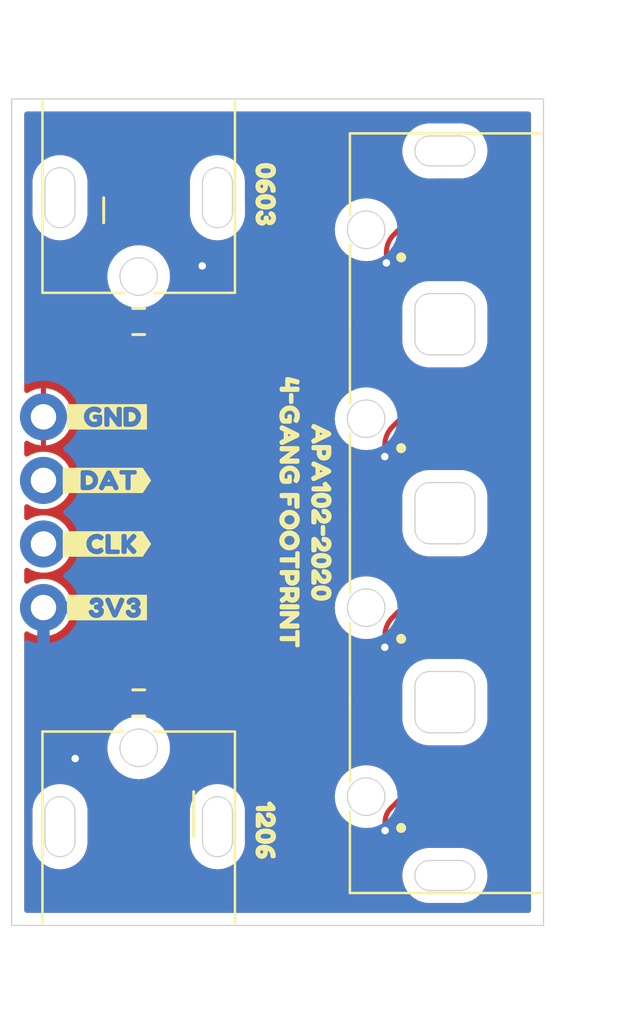
<source format=kicad_pcb>
(kicad_pcb (version 20240108) (generator "pcbnew") (generator_version "8.0")
  (layers (0 "F.Cu" signal) (31 "B.Cu" signal) (34 "B.Paste" user) (35 "F.Paste" user) (36 "B.SilkS" user "B.Silkscreen") (37 "F.SilkS" user "F.Silkscreen") (38 "B.Mask" user) (39 "F.Mask" user) (44 "Edge.Cuts" user))
  (net 0 "")
  (net 3 "Net-(D5-DI)")
  (net 4 "Net-(D5-CI)")
  (net 5 "GND")
  (net 6 "Net-(D6-DI)")
  (net 7 "Net-(D6-CI)")
  (net 8 "Net-(D7-CI)")
  (net 9 "Net-(D7-DI)")
  (net 10 "3.3V")
  (net 11 "Net-(D2-K)")
  (net 12 "Net-(D4-K)")
  (net 13 "APA102 DAT")
  (net 14 "APA102 CLK")
  (footprint "kibuzzard-668F3D18" (layer "F.Cu") (at 95.885 71.12)
    (property "Reference" "kibuzzard-668F3D18" (hide yes))
    (property "Value" "G***" (hide yes))
  )
  (footprint "SparkFun-LED:SMD-CBI" (layer "F.Cu") (at 97.155 79.375 -90)
    (property "Reference" "REF**" (hide yes))
    (property "Value" "SMD-CBI" (hide yes))
    (fp_line (start 1.1 3.75) (end -0.1 3.75) (stroke (width 0.05)) (layer "Edge.Cuts"))
    (fp_line (start -0.1 2.55) (end 1.1 2.55) (stroke (width 0.05)) (layer "Edge.Cuts"))
    (fp_line (start 1.1 -2.55) (end -0.1 -2.55) (stroke (width 0.05)) (layer "Edge.Cuts"))
    (fp_line (start -0.1 -3.75) (end 1.1 -3.75) (stroke (width 0.05)) (layer "Edge.Cuts"))
    (fp_arc (start -0.1 3.75) (mid -0.7 3.15) (end -0.1 2.55) (stroke (width 0.05)) (layer "Edge.Cuts"))
    (fp_arc (start 1.1 2.55) (mid 1.7 3.15) (end 1.1 3.75) (stroke (width 0.05)) (layer "Edge.Cuts"))
    (fp_arc (start -0.1 -2.55) (mid -0.7 -3.15) (end -0.1 -3.75) (stroke (width 0.05)) (layer "Edge.Cuts"))
    (fp_arc (start 1.1 -3.75) (mid 1.7 -3.15) (end 1.1 -2.55) (stroke (width 0.05)) (layer "Edge.Cuts"))
    (fp_circle (center -2.65 0) (end -1.9 0) (stroke (width 0.05)) (fill none) (layer "Edge.Cuts"))
  )
  (footprint "kibuzzard-668F3D84" (layer "F.Cu") (at 103.1875 67.31 -90)
    (property "Reference" "kibuzzard-668F3D84" (hide yes))
    (property "Value" "G***" (hide yes))
  )
  (footprint "SparkFun-Resistor:R_0603_1608Metric" (layer "F.Cu") (at 97.155 59.69 180)
    (property "Reference" "R2")
    (property "Value" "330")
    (pad "1" smd roundrect (at -0.825 0 180) (size 0.8 0.95) (layers "F.Cu" "F.Paste" "F.Mask") (net 5 "GND"))
    (pad "2" smd roundrect (at 0.825 0 180) (size 0.8 0.95) (layers "F.Cu" "F.Paste" "F.Mask") (net 11 "Net-(D2-K)"))
  )
  (footprint "SparkFun-LED:SMD-CBI" (layer "F.Cu") (at 97.155 55.245 90)
    (property "Reference" "REF**" (hide yes))
    (property "Value" "SMD-CBI" (hide yes))
    (fp_line (start -0.1 -3.75) (end 1.1 -3.75) (stroke (width 0.05)) (layer "Edge.Cuts"))
    (fp_line (start 1.1 -2.55) (end -0.1 -2.55) (stroke (width 0.05)) (layer "Edge.Cuts"))
    (fp_line (start -0.1 2.55) (end 1.1 2.55) (stroke (width 0.05)) (layer "Edge.Cuts"))
    (fp_line (start 1.1 3.75) (end -0.1 3.75) (stroke (width 0.05)) (layer "Edge.Cuts"))
    (fp_arc (start 1.1 -3.75) (mid 1.7 -3.15) (end 1.1 -2.55) (stroke (width 0.05)) (layer "Edge.Cuts"))
    (fp_arc (start -0.1 -2.55) (mid -0.7 -3.15) (end -0.1 -3.75) (stroke (width 0.05)) (layer "Edge.Cuts"))
    (fp_arc (start 1.1 2.55) (mid 1.7 3.15) (end 1.1 3.75) (stroke (width 0.05)) (layer "Edge.Cuts"))
    (fp_arc (start -0.1 3.75) (mid -0.7 3.15) (end -0.1 2.55) (stroke (width 0.05)) (layer "Edge.Cuts"))
    (fp_circle (center -2.65 0) (end -1.9 0) (stroke (width 0.05)) (fill none) (layer "Edge.Cuts"))
  )
  (footprint "SparkFun-Connector:1x04" (layer "F.Cu") (at 93.345 71.12 90)
    (property "Reference" "J1")
    (property "Value" "Conn_01x04")
    (pad "1" thru_hole circle (at 0 0 180) (size 1.8796 1.8796) (drill 1.016) (layers "*.Cu" "*.Mask") (net 10 "3.3V"))
    (pad "2" thru_hole circle (at 2.54 0 180) (size 1.8796 1.8796) (drill 1.016) (layers "*.Cu" "*.Mask") (net 14 "APA102 CLK"))
    (pad "3" thru_hole circle (at 5.079999 0 180) (size 1.8796 1.8796) (drill 1.016) (layers "*.Cu" "*.Mask") (net 13 "APA102 DAT"))
    (pad "4" thru_hole circle (at 7.62 0 180) (size 1.8796 1.8796) (drill 1.016) (layers "*.Cu" "*.Mask") (net 5 "GND"))
  )
  (footprint "SparkFun-Resistor:R_0603_1608Metric" (layer "F.Cu") (at 97.155 74.93)
    (property "Reference" "R1")
    (property "Value" "330")
    (pad "1" smd roundrect (at -0.825 0) (size 0.8 0.95) (layers "F.Cu" "F.Paste" "F.Mask") (net 5 "GND"))
    (pad "2" smd roundrect (at 0.825 0) (size 0.8 0.95) (layers "F.Cu" "F.Paste" "F.Mask") (net 12 "Net-(D4-K)"))
  )
  (footprint "kibuzzard-668F3CFD" (layer "F.Cu") (at 95.885 63.5)
    (property "Reference" "kibuzzard-668F3CFD" (hide yes))
    (property "Value" "G***" (hide yes))
  )
  (footprint "SparkFun-LED:APA-102-2020" (layer "F.Cu") (at 108.9025 63.5 90)
    (property "Reference" "D7")
    (property "Value" "APA102-2020")
    (pad "1" smd rect (at -0.775 -0.675 90) (size 0.45 0.65) (layers "F.Cu" "F.Paste" "F.Mask") (net 7 "Net-(D6-CI)"))
    (pad "2" smd rect (at 0 -0.675 90) (size 0.45 0.65) (layers "F.Cu" "F.Paste" "F.Mask") (net 10 "3.3V"))
    (pad "3" smd rect (at 0.775 -0.675 90) (size 0.45 0.65) (layers "F.Cu" "F.Paste" "F.Mask") (net 8 "Net-(D7-CI)"))
    (pad "4" smd rect (at -0.775 0.675 90) (size 0.45 0.65) (layers "F.Cu" "F.Paste" "F.Mask") (net 6 "Net-(D6-DI)"))
    (pad "5" smd rect (at 0 0.574999 90) (size 0.45 0.85) (layers "F.Cu" "F.Paste" "F.Mask") (net 5 "GND"))
    (pad "6" smd rect (at 0.775 0.675 90) (size 0.45 0.65) (layers "F.Cu" "F.Paste" "F.Mask") (net 9 "Net-(D7-DI)"))
  )
  (footprint "kibuzzard-668F3DA2" (layer "F.Cu") (at 102.235 80.01 -90)
    (property "Reference" "kibuzzard-668F3DA2" (hide yes))
    (property "Value" "G***" (hide yes))
  )
  (footprint "SparkFun-LED:LED_1206_3216Metric" (layer "F.Cu") (at 97.155 79.375 180)
    (property "Reference" "D4")
    (property "Value" "White")
    (pad "1" smd roundrect (at -1.399999 0 180) (size 1.25 1.75) (layers "F.Cu" "F.Paste" "F.Mask") (roundrect_rratio 0.2) (net 12 "Net-(D4-K)"))
    (pad "2" smd roundrect (at 1.399999 0 180) (size 1.25 1.75) (layers "F.Cu" "F.Paste" "F.Mask") (roundrect_rratio 0.2) (net 10 "3.3V"))
  )
  (footprint "kibuzzard-668F3D94" (layer "F.Cu") (at 102.235 54.61 -90)
    (property "Reference" "kibuzzard-668F3D94" (hide yes))
    (property "Value" "G***" (hide yes))
  )
  (footprint "kibuzzard-668F3D73" (layer "F.Cu") (at 104.4575 67.31 -90)
    (property "Reference" "kibuzzard-668F3D73" (hide yes))
    (property "Value" "G***" (hide yes))
  )
  (footprint "kibuzzard-668F3D36" (layer "F.Cu") (at 95.885 66.04)
    (property "Reference" "kibuzzard-668F3D36" (hide yes))
    (property "Value" "G***" (hide yes))
  )
  (footprint "SparkFun-LED:SMD-CBI-4GANG" (layer "F.Cu") (at 108.9025 78.675)
    (property "Reference" "REF**" (hide yes))
    (property "Value" "SMD-CBI-4GANG" (hide yes))
    (fp_line (start -0.7 -19.5) (end -0.7 -18.25) (stroke (width 0.05)) (layer "Edge.Cuts"))
    (fp_line (start -0.7 -11.95) (end -0.7 -10.7) (stroke (width 0.05)) (layer "Edge.Cuts"))
    (fp_line (start -0.7 -4.4) (end -0.7 -3.15) (stroke (width 0.05)) (layer "Edge.Cuts"))
    (fp_line (start -0.1 -26.4) (end 1.1 -26.4) (stroke (width 0.05)) (layer "Edge.Cuts"))
    (fp_line (start -0.1 -20.1) (end 1.1 -20.1) (stroke (width 0.05)) (layer "Edge.Cuts"))
    (fp_line (start -0.1 -12.55) (end 1.1 -12.55) (stroke (width 0.05)) (layer "Edge.Cuts"))
    (fp_line (start -0.1 -5) (end 1.1 -5) (stroke (width 0.05)) (layer "Edge.Cuts"))
    (fp_line (start -0.1 2.55) (end 1.1 2.55) (stroke (width 0.05)) (layer "Edge.Cuts"))
    (fp_line (start 1.1 -25.2) (end -0.1 -25.2) (stroke (width 0.05)) (layer "Edge.Cuts"))
    (fp_line (start 1.1 -17.65) (end -0.1 -17.65) (stroke (width 0.05)) (layer "Edge.Cuts"))
    (fp_line (start 1.1 -10.1) (end -0.1 -10.1) (stroke (width 0.05)) (layer "Edge.Cuts"))
    (fp_line (start 1.1 -2.55) (end -0.1 -2.55) (stroke (width 0.05)) (layer "Edge.Cuts"))
    (fp_line (start 1.1 3.75) (end -0.1 3.75) (stroke (width 0.05)) (layer "Edge.Cuts"))
    (fp_line (start 1.7 -19.5) (end 1.7 -18.25) (stroke (width 0.05)) (layer "Edge.Cuts"))
    (fp_line (start 1.7 -11.95) (end 1.7 -10.7) (stroke (width 0.05)) (layer "Edge.Cuts"))
    (fp_line (start 1.7 -4.4) (end 1.7 -3.15) (stroke (width 0.05)) (layer "Edge.Cuts"))
    (fp_arc (start -0.7 -19.5) (mid -0.524264 -19.924264) (end -0.1 -20.1) (stroke (width 0.05)) (layer "Edge.Cuts"))
    (fp_arc (start -0.7 -11.95) (mid -0.524264 -12.374264) (end -0.1 -12.55) (stroke (width 0.05)) (layer "Edge.Cuts"))
    (fp_arc (start -0.7 -4.4) (mid -0.524264 -4.824264) (end -0.1 -5) (stroke (width 0.05)) (layer "Edge.Cuts"))
    (fp_arc (start -0.1 -25.2) (mid -0.7 -25.8) (end -0.1 -26.4) (stroke (width 0.05)) (layer "Edge.Cuts"))
    (fp_arc (start -0.1 -17.65) (mid -0.524264 -17.825736) (end -0.7 -18.25) (stroke (width 0.05)) (layer "Edge.Cuts"))
    (fp_arc (start -0.1 -10.1) (mid -0.524264 -10.275736) (end -0.7 -10.7) (stroke (width 0.05)) (layer "Edge.Cuts"))
    (fp_arc (start -0.1 -2.55) (mid -0.524264 -2.725736) (end -0.7 -3.15) (stroke (width 0.05)) (layer "Edge.Cuts"))
    (fp_arc (start -0.1 3.75) (mid -0.7 3.15) (end -0.1 2.55) (stroke (width 0.05)) (layer "Edge.Cuts"))
    (fp_arc (start 1.1 -26.4) (mid 1.7 -25.8) (end 1.1 -25.2) (stroke (width 0.05)) (layer "Edge.Cuts"))
    (fp_arc (start 1.1 -20.1) (mid 1.524264 -19.924264) (end 1.7 -19.5) (stroke (width 0.05)) (layer "Edge.Cuts"))
    (fp_arc (start 1.1 -12.55) (mid 1.524264 -12.374264) (end 1.7 -11.95) (stroke (width 0.05)) (layer "Edge.Cuts"))
    (fp_arc (start 1.1 -5) (mid 1.524264 -4.824264) (end 1.7 -4.4) (stroke (width 0.05)) (layer "Edge.Cuts"))
    (fp_arc (start 1.1 2.55) (mid 1.7 3.15) (end 1.1 3.75) (stroke (width 0.05)) (layer "Edge.Cuts"))
    (fp_arc (start 1.7 -18.25) (mid 1.524264 -17.825736) (end 1.1 -17.65) (stroke (width 0.05)) (layer "Edge.Cuts"))
    (fp_arc (start 1.7 -10.7) (mid 1.524264 -10.275736) (end 1.1 -10.1) (stroke (width 0.05)) (layer "Edge.Cuts"))
    (fp_arc (start 1.7 -3.15) (mid 1.524264 -2.725736) (end 1.1 -2.55) (stroke (width 0.05)) (layer "Edge.Cuts"))
    (fp_circle (center -2.65 -22.65) (end -1.9 -22.65) (stroke (width 0.05)) (fill none) (layer "Edge.Cuts"))
    (fp_circle (center -2.65 -15.1) (end -1.9 -15.1) (stroke (width 0.05)) (fill none) (layer "Edge.Cuts"))
    (fp_circle (center -2.65 -7.55) (end -1.9 -7.55) (stroke (width 0.05)) (fill none) (layer "Edge.Cuts"))
    (fp_circle (center -2.65 0) (end -1.9 0) (stroke (width 0.05)) (fill none) (layer "Edge.Cuts"))
  )
  (footprint "SparkFun-LED:APA-102-2020" (layer "F.Cu") (at 108.9025 55.88 90)
    (property "Reference" "D8")
    (property "Value" "APA102-2020")
    (pad "1" smd rect (at -0.775 -0.675 90) (size 0.45 0.65) (layers "F.Cu" "F.Paste" "F.Mask") (net 8 "Net-(D7-CI)"))
    (pad "2" smd rect (at 0 -0.675 90) (size 0.45 0.65) (layers "F.Cu" "F.Paste" "F.Mask") (net 10 "3.3V"))
    (pad "3" smd rect (at 0.775 -0.675 90) (size 0.45 0.65) (layers "F.Cu" "F.Paste" "F.Mask") (net 14 "APA102 CLK"))
    (pad "4" smd rect (at -0.775 0.675 90) (size 0.45 0.65) (layers "F.Cu" "F.Paste" "F.Mask") (net 9 "Net-(D7-DI)"))
    (pad "5" smd rect (at 0 0.574999 90) (size 0.45 0.85) (layers "F.Cu" "F.Paste" "F.Mask") (net 5 "GND"))
    (pad "6" smd rect (at 0.775 0.675 90) (size 0.45 0.65) (layers "F.Cu" "F.Paste" "F.Mask") (net 13 "APA102 DAT"))
  )
  (footprint "kibuzzard-668F3D4E" (layer "F.Cu") (at 95.885 68.58)
    (property "Reference" "kibuzzard-668F3D4E" (hide yes))
    (property "Value" "G***" (hide yes))
  )
  (footprint "SparkFun-LED:LED_0603_1608Metric" (layer "F.Cu") (at 97.155 55.245)
    (property "Reference" "D2")
    (property "Value" "Blue")
    (pad "1" smd roundrect (at -0.7875 0) (size 0.875 0.95) (layers "F.Cu" "F.Paste" "F.Mask") (net 11 "Net-(D2-K)"))
    (pad "2" smd roundrect (at 0.7875 0) (size 0.875 0.95) (layers "F.Cu" "F.Paste" "F.Mask") (net 10 "3.3V"))
  )
  (footprint "SparkFun-LED:APA-102-2020" (layer "F.Cu") (at 108.9025 71.12 90)
    (property "Reference" "D6")
    (property "Value" "APA102-2020")
    (pad "1" smd rect (at -0.775 -0.675 90) (size 0.45 0.65) (layers "F.Cu" "F.Paste" "F.Mask") (net 4 "Net-(D5-CI)"))
    (pad "2" smd rect (at 0 -0.675 90) (size 0.45 0.65) (layers "F.Cu" "F.Paste" "F.Mask") (net 10 "3.3V"))
    (pad "3" smd rect (at 0.775 -0.675 90) (size 0.45 0.65) (layers "F.Cu" "F.Paste" "F.Mask") (net 7 "Net-(D6-CI)"))
    (pad "4" smd rect (at -0.775 0.675 90) (size 0.45 0.65) (layers "F.Cu" "F.Paste" "F.Mask") (net 3 "Net-(D5-DI)"))
    (pad "5" smd rect (at 0 0.574999 90) (size 0.45 0.85) (layers "F.Cu" "F.Paste" "F.Mask") (net 5 "GND"))
    (pad "6" smd rect (at 0.775 0.675 90) (size 0.45 0.65) (layers "F.Cu" "F.Paste" "F.Mask") (net 6 "Net-(D6-DI)"))
  )
  (footprint "SparkFun-LED:APA-102-2020" (layer "F.Cu") (at 108.9025 78.675 90)
    (property "Reference" "D5")
    (property "Value" "APA102-2020")
    (pad "1" smd rect (at -0.775 -0.675 90) (size 0.45 0.65) (layers "F.Cu" "F.Paste" "F.Mask"))
    (pad "2" smd rect (at 0 -0.675 90) (size 0.45 0.65) (layers "F.Cu" "F.Paste" "F.Mask") (net 10 "3.3V"))
    (pad "3" smd rect (at 0.775 -0.675 90) (size 0.45 0.65) (layers "F.Cu" "F.Paste" "F.Mask") (net 4 "Net-(D5-CI)"))
    (pad "4" smd rect (at -0.775 0.675 90) (size 0.45 0.65) (layers "F.Cu" "F.Paste" "F.Mask"))
    (pad "5" smd rect (at 0 0.574999 90) (size 0.45 0.85) (layers "F.Cu" "F.Paste" "F.Mask") (net 5 "GND"))
    (pad "6" smd rect (at 0.775 0.675 90) (size 0.45 0.65) (layers "F.Cu" "F.Paste" "F.Mask") (net 3 "Net-(D5-DI)"))
  )
  (gr_line (start 113.3475 50.8) (end 113.3475 83.82) (stroke (width 0.05)) (layer "Edge.Cuts"))
  (gr_line (start 92.075 50.8) (end 113.3475 50.8) (stroke (width 0.05)) (layer "Edge.Cuts"))
  (gr_line (start 92.075 83.82) (end 92.075 50.8) (stroke (width 0.05)) (layer "Edge.Cuts"))
  (gr_line (start 113.3475 83.82) (end 92.075 83.82) (stroke (width 0.05)) (layer "Edge.Cuts"))
  (segment (start 111.2025 76.491636) (end 111.2025 73.414325) (width 0.2) (layer "F.Cu") (net 3))
  (segment (start 109.945 71.895) (end 109.5775 71.895) (width 0.2) (layer "F.Cu") (net 3))
  (segment (start 110.7575 72.34) (end 110.572361 72.154861) (width 0.2) (layer "F.Cu") (net 3))
  (segment (start 110.789999 77.487499) (end 110.660342 77.617157) (width 0.2) (layer "F.Cu") (net 3))
  (segment (start 109.9775 77.9) (end 109.5775 77.9) (width 0.2) (layer "F.Cu") (net 3))
  (arc (start 110.572361 72.154861) (mid 110.284525 71.962535) (end 109.945 71.895) (width 0.2) (layer "F.Cu") (net 3))
  (arc (start 111.2025 76.491636) (mid 111.095294 77.030593) (end 110.789999 77.487499) (width 0.2) (layer "F.Cu") (net 3))
  (arc (start 110.7575 72.34) (mid 111.086848 72.832904) (end 111.2025 73.414325) (width 0.2) (layer "F.Cu") (net 3))
  (arc (start 110.660342 77.617157) (mid 110.347051 77.826491) (end 109.9775 77.9) (width 0.2) (layer "F.Cu") (net 3))
  (segment (start 107.315 75.554765) (end 107.315 74.305234) (width 0.2) (layer "F.Cu") (net 4))
  (segment (start 107.77125 76.65625) (end 107.949076 76.834076) (width 0.2) (layer "F.Cu") (net 4))
  (segment (start 108.2275 72.32125) (end 108.2275 71.895) (width 0.2) (layer "F.Cu") (net 4))
  (segment (start 107.926095 73.048904) (end 107.77125 73.20375) (width 0.2) (layer "F.Cu") (net 4))
  (segment (start 108.2275 77.50625) (end 108.2275 77.9) (width 0.2) (layer "F.Cu") (net 4))
  (arc (start 107.949076 76.834076) (mid 108.155139 77.142472) (end 108.2275 77.50625) (width 0.2) (layer "F.Cu") (net 4))
  (arc (start 107.77125 73.20375) (mid 107.433575 73.709115) (end 107.315 74.305234) (width 0.2) (layer "F.Cu") (net 4))
  (arc (start 108.2275 72.32125) (mid 108.149167 72.715053) (end 107.926095 73.048904) (width 0.2) (layer "F.Cu") (net 4))
  (arc (start 107.315 75.554765) (mid 107.433575 76.150884) (end 107.77125 76.65625) (width 0.2) (layer "F.Cu") (net 4))
  (segment (start 109.945 70.345) (end 109.5775 70.345) (width 0.2) (layer "F.Cu") (net 6))
  (segment (start 111.2025 68.825674) (end 111.2025 65.252318) (width 0.2) (layer "F.Cu") (net 6))
  (segment (start 110.225181 64.275) (end 109.5775 64.275) (width 0.2) (layer "F.Cu") (net 6))
  (segment (start 110.572361 70.085138) (end 110.7575 69.9) (width 0.2) (layer "F.Cu") (net 6))
  (arc (start 111.2025 68.825674) (mid 111.086848 69.407095) (end 110.7575 69.9) (width 0.2) (layer "F.Cu") (net 6))
  (arc (start 110.91625 64.56125) (mid 111.128106 64.878314) (end 111.2025 65.252318) (width 0.2) (layer "F.Cu") (net 6))
  (arc (start 110.572361 70.085138) (mid 110.284525 70.277464) (end 109.945 70.345) (width 0.2) (layer "F.Cu") (net 6))
  (arc (start 110.91625 64.56125) (mid 110.599184 64.349393) (end 110.225181 64.275) (width 0.2) (layer "F.Cu") (net 6))
  (segment (start 108.2275 64.70125) (end 108.2275 64.275) (width 0.2) (layer "F.Cu") (net 7))
  (segment (start 107.771249 65.583749) (end 107.926095 65.428904) (width 0.2) (layer "F.Cu") (net 7))
  (segment (start 108.2275 69.91875) (end 108.2275 70.345) (width 0.2) (layer "F.Cu") (net 7))
  (segment (start 107.77125 69.03625) (end 107.926095 69.191095) (width 0.2) (layer "F.Cu") (net 7))
  (segment (start 107.315 67.934765) (end 107.315 66.685234) (width 0.2) (layer "F.Cu") (net 7))
  (arc (start 107.315 67.934765) (mid 107.433575 68.530884) (end 107.77125 69.03625) (width 0.2) (layer "F.Cu") (net 7))
  (arc (start 108.2275 64.70125) (mid 108.149167 65.095053) (end 107.926095 65.428904) (width 0.2) (layer "F.Cu") (net 7))
  (arc (start 107.926095 69.191095) (mid 108.149167 69.524946) (end 108.2275 69.91875) (width 0.2) (layer "F.Cu") (net 7))
  (arc (start 107.771249 65.583749) (mid 107.433575 66.089115) (end 107.315 66.685234) (width 0.2) (layer "F.Cu") (net 7))
  (segment (start 107.926095 61.571095) (end 107.77125 61.41625) (width 0.2) (layer "F.Cu") (net 8))
  (segment (start 108.2275 62.29875) (end 108.2275 62.725) (width 0.2) (layer "F.Cu") (net 8))
  (segment (start 107.926095 57.808904) (end 107.77125 57.96375) (width 0.2) (layer "F.Cu") (net 8))
  (segment (start 108.2275 57.08125) (end 108.2275 56.655) (width 0.2) (layer "F.Cu") (net 8))
  (segment (start 107.315 60.314765) (end 107.315 59.065234) (width 0.2) (layer "F.Cu") (net 8))
  (arc (start 107.77125 57.96375) (mid 107.433575 58.469115) (end 107.315 59.065234) (width 0.2) (layer "F.Cu") (net 8))
  (arc (start 107.315 60.314765) (mid 107.433575 60.910884) (end 107.77125 61.41625) (width 0.2) (layer "F.Cu") (net 8))
  (arc (start 108.2275 57.08125) (mid 108.149167 57.475053) (end 107.926095 57.808904) (width 0.2) (layer "F.Cu") (net 8))
  (arc (start 107.926095 61.571095) (mid 108.149167 61.904946) (end 108.2275 62.29875) (width 0.2) (layer "F.Cu") (net 8))
  (segment (start 110.572361 62.465138) (end 110.7575 62.28) (width 0.2) (layer "F.Cu") (net 9))
  (segment (start 109.945 62.725) (end 109.5775 62.725) (width 0.2) (layer "F.Cu") (net 9))
  (segment (start 110.572361 56.914861) (end 110.7575 57.1) (width 0.2) (layer "F.Cu") (net 9))
  (segment (start 111.2025 61.205674) (end 111.2025 58.174325) (width 0.2) (layer "F.Cu") (net 9))
  (segment (start 109.945 56.655) (end 109.5775 56.655) (width 0.2) (layer "F.Cu") (net 9))
  (arc (start 110.572361 56.914861) (mid 110.284525 56.722535) (end 109.945 56.655) (width 0.2) (layer "F.Cu") (net 9))
  (arc (start 110.572361 62.465138) (mid 110.284525 62.657464) (end 109.945 62.725) (width 0.2) (layer "F.Cu") (net 9))
  (arc (start 110.7575 57.1) (mid 111.086848 57.592904) (end 111.2025 58.174325) (width 0.2) (layer "F.Cu") (net 9))
  (arc (start 111.2025 61.205674) (mid 111.086848 61.787095) (end 110.7575 62.28) (width 0.2) (layer "F.Cu") (net 9))
  (segment (start 107.062059 57.349238) (end 107.062059 56.934839) (width 0.2) (layer "F.Cu") (net 10))
  (segment (start 107.008703 79.699778) (end 107.008703 80.030759) (width 0.2) (layer "F.Cu") (net 10))
  (segment (start 107.965 55.88) (end 108.2275 55.88) (width 0.2) (layer "F.Cu") (net 10))
  (segment (start 107.965 63.5) (end 108.2275 63.5) (width 0.2) (layer "F.Cu") (net 10))
  (segment (start 106.9975 64.64625) (end 106.9975 65.0875) (width 0.2) (layer "F.Cu") (net 10))
  (segment (start 106.9975 72.7075) (end 106.9975 72.26625) (width 0.2) (layer "F.Cu") (net 10))
  (segment (start 107.516884 71.305615) (end 107.30951 71.512989) (width 0.2) (layer "F.Cu") (net 10))
  (segment (start 107.516884 56.065615) (end 107.355082 56.227417) (width 0.2) (layer "F.Cu") (net 10))
  (segment (start 107.242741 79.134757) (end 107.516884 78.860615) (width 0.2) (layer "F.Cu") (net 10))
  (segment (start 94.615 77.1525) (end 95.372279 77.909779) (width 0.2) (layer "F.Cu") (net 10))
  (segment (start 99.528829 56.831329) (end 97.9425 55.245) (width 0.2) (layer "F.Cu") (net 10))
  (segment (start 95.755001 78.83375) (end 95.755001 79.375) (width 0.2) (layer "F.Cu") (net 10))
  (segment (start 107.965 78.675) (end 108.2275 78.675) (width 0.2) (layer "F.Cu") (net 10))
  (segment (start 107.965 71.12) (end 108.2275 71.12) (width 0.2) (layer "F.Cu") (net 10))
  (segment (start 99.695 57.2325) (end 99.695 57.4675) (width 0.2) (layer "F.Cu") (net 10))
  (segment (start 107.516884 63.685615) (end 107.30951 63.892989) (width 0.2) (layer "F.Cu") (net 10))
  (via (at 94.615 77.1525) (size 0.6) (drill 0.3) (layers "F.Cu" "B.Cu") (net 10))
  (via (at 107.008703 80.030759) (size 0.6) (drill 0.3) (layers "F.Cu" "B.Cu") (net 10))
  (via (at 99.695 57.4675) (size 0.6) (drill 0.3) (layers "F.Cu" "B.Cu") (net 10))
  (via (at 106.9975 65.0875) (size 0.6) (drill 0.3) (layers "F.Cu" "B.Cu") (net 10))
  (via (at 107.062059 57.349238) (size 0.6) (drill 0.3) (layers "F.Cu" "B.Cu") (net 10))
  (via (at 106.9975 72.7075) (size 0.6) (drill 0.3) (layers "F.Cu" "B.Cu") (net 10))
  (arc (start 107.965 71.12) (mid 107.722481 71.168239) (end 107.516884 71.305615) (width 0.2) (layer "F.Cu") (net 10))
  (arc (start 107.242741 79.134757) (mid 107.069527 79.393991) (end 107.008703 79.699778) (width 0.2) (layer "F.Cu") (net 10))
  (arc (start 107.355082 56.227417) (mid 107.138213 56.551985) (end 107.062059 56.934839) (width 0.2) (layer "F.Cu") (net 10))
  (arc (start 107.30951 63.892989) (mid 107.078588 64.238588) (end 106.9975 64.64625) (width 0.2) (layer "F.Cu") (net 10))
  (arc (start 95.372279 77.909779) (mid 95.655534 78.3337) (end 95.755001 78.83375) (width 0.2) (layer "F.Cu") (net 10))
  (arc (start 107.965 63.5) (mid 107.722481 63.548239) (end 107.516884 63.685615) (width 0.2) (layer "F.Cu") (net 10))
  (arc (start 107.965 55.88) (mid 107.722481 55.928239) (end 107.516884 56.065615) (width 0.2) (layer "F.Cu") (net 10))
  (arc (start 99.528829 56.831329) (mid 99.651813 57.015388) (end 99.695 57.2325) (width 0.2) (layer "F.Cu") (net 10))
  (arc (start 107.965 78.675) (mid 107.722481 78.723239) (end 107.516884 78.860615) (width 0.2) (layer "F.Cu") (net 10))
  (arc (start 107.30951 71.512989) (mid 107.078588 71.858588) (end 106.9975 72.26625) (width 0.2) (layer "F.Cu") (net 10))
  (segment (start 95.9675 55.645) (end 96.3675 55.245) (width 0.2) (layer "F.Cu") (net 11))
  (segment (start 95.5675 56.610685) (end 95.5675 58.388331) (width 0.2) (layer "F.Cu") (net 11))
  (segment (start 95.94875 59.30875) (end 96.33 59.69) (width 0.2) (layer "F.Cu") (net 11))
  (arc (start 95.5675 58.388331) (mid 95.666583 58.886458) (end 95.94875 59.30875) (width 0.2) (layer "F.Cu") (net 11))
  (arc (start 95.9675 55.645) (mid 95.671456 56.08806) (end 95.5675 56.610685) (width 0.2) (layer "F.Cu") (net 11))
  (segment (start 98.67875 75.62875) (end 97.98 74.93) (width 0.2) (layer "F.Cu") (net 12))
  (segment (start 98.966249 78.963749) (end 98.554999 79.375) (width 0.2) (layer "F.Cu") (net 12))
  (segment (start 99.3775 77.970902) (end 99.3775 77.315681) (width 0.2) (layer "F.Cu") (net 12))
  (arc (start 98.67875 75.62875) (mid 99.1959 76.40272) (end 99.3775 77.315681) (width 0.2) (layer "F.Cu") (net 12))
  (arc (start 99.3775 77.970902) (mid 99.270619 78.508227) (end 98.966249 78.963749) (width 0.2) (layer "F.Cu") (net 12))
  (segment (start 103.768025 53.975) (end 107.648469 53.975) (width 0.2) (layer "F.Cu") (net 13))
  (segment (start 101.6 57.4675) (end 101.6 56.143025) (width 0.2) (layer "F.Cu") (net 13))
  (segment (start 109.0125 54.54) (end 109.5775 55.105) (width 0.2) (layer "F.Cu") (net 13))
  (segment (start 94.297499 66.040001) (end 93.345 66.040001) (width 0.2) (layer "F.Cu") (net 13))
  (segment (start 100.028455 61.261544) (end 95.923517 65.366482) (width 0.2) (layer "F.Cu") (net 13))
  (arc (start 102.235 54.61) (mid 101.765031 55.313357) (end 101.6 56.143025) (width 0.2) (layer "F.Cu") (net 13))
  (arc (start 101.6 57.4675) (mid 101.191568 59.520822) (end 100.028455 61.261544) (width 0.2) (layer "F.Cu") (net 13))
  (arc (start 95.923517 65.366482) (mid 95.177493 65.864959) (end 94.297499 66.040001) (width 0.2) (layer "F.Cu") (net 13))
  (arc (start 109.0125 54.54) (mid 108.386677 54.121838) (end 107.648469 53.975) (width 0.2) (layer "F.Cu") (net 13))
  (arc (start 103.768025 53.975) (mid 102.938357 54.140031) (end 102.235 54.61) (width 0.2) (layer "F.Cu") (net 13))
  (segment (start 95.923519 67.90648) (end 100.641207 63.188792) (width 0.2) (layer "F.Cu") (net 14))
  (segment (start 102.235 59.341036) (end 102.235 56.236019) (width 0.2) (layer "F.Cu") (net 14))
  (segment (start 103.861019 54.61) (end 107.382482 54.61) (width 0.2) (layer "F.Cu") (net 14))
  (segment (start 94.2975 68.58) (end 93.345 68.58) (width 0.2) (layer "F.Cu") (net 14))
  (segment (start 107.98 54.8575) (end 108.2275 55.105) (width 0.2) (layer "F.Cu") (net 14))
  (arc (start 95.923519 67.90648) (mid 95.177495 68.404957) (end 94.2975 68.58) (width 0.2) (layer "F.Cu") (net 14))
  (arc (start 107.98 54.8575) (mid 107.705856 54.674323) (end 107.382482 54.61) (width 0.2) (layer "F.Cu") (net 14))
  (arc (start 102.235 59.341036) (mid 101.820786 61.423426) (end 100.641207 63.188792) (width 0.2) (layer "F.Cu") (net 14))
  (arc (start 102.71125 55.08625) (mid 102.358773 55.613768) (end 102.235 56.236019) (width 0.2) (layer "F.Cu") (net 14))
  (arc (start 103.861019 54.61) (mid 103.238768 54.733773) (end 102.71125 55.08625) (width 0.2) (layer "F.Cu") (net 14))
  (zone (net 5) (net_name "GND") (layer "F.Cu") (connect_pads (clearance 0.2032)) (min_thickness 0.2032) (fill yes (thermal_gap 0.2032) (thermal_bridge_width 0.2032) (island_removal_mode 1) (island_area_min 9.999999))
    (polygon (pts (xy 92.075 50.8) (xy 113.3475 50.8) (xy 113.3475 83.82) (xy 92.075 83.82)))
  )
  (zone (net 10) (net_name "3.3V") (layer "B.Cu") (priority 1) (connect_pads (clearance 0.5)) (min_thickness 0.25) (fill yes (thermal_gap 0.5) (thermal_bridge_width 0.5) (island_removal_mode 1) (island_area_min 9.999999))
    (polygon (pts (xy 92.075 50.8) (xy 113.3475 50.8) (xy 113.3475 83.82) (xy 92.075 83.82)))
  )
)
</source>
